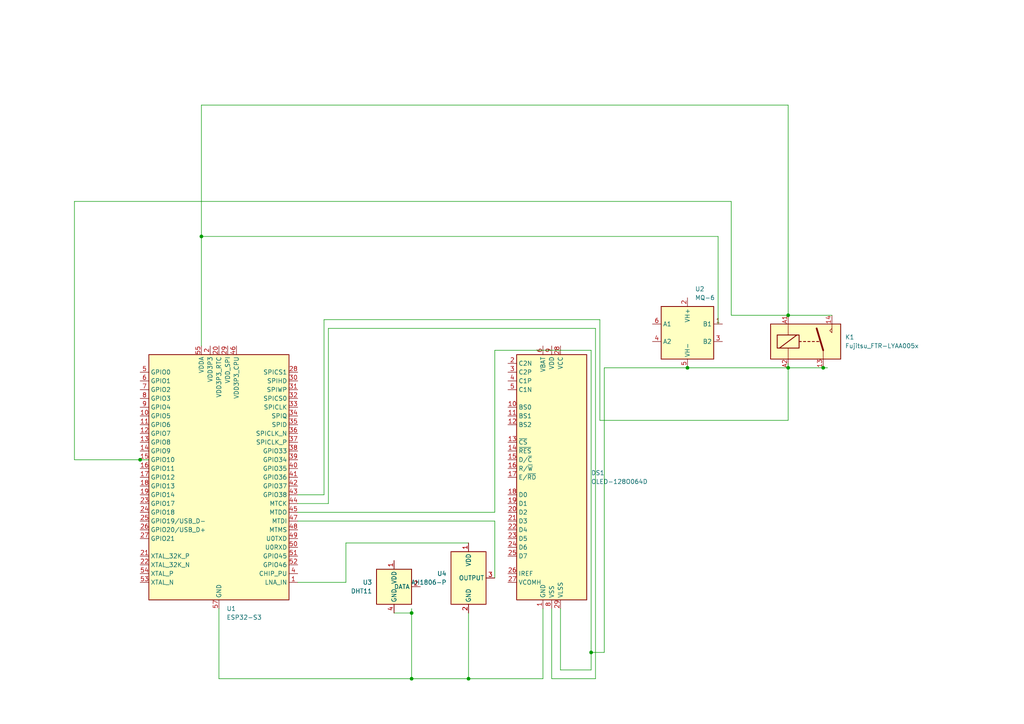
<source format=kicad_sch>
(kicad_sch
	(version 20231120)
	(generator "eeschema")
	(generator_version "8.0")
	(uuid "5fec9b74-fd15-498f-94b4-94e7c36da6ac")
	(paper "A4")
	(lib_symbols
		(symbol "Display_Graphic:OLED-128O064D"
			(exclude_from_sim no)
			(in_bom yes)
			(on_board yes)
			(property "Reference" "DS"
				(at -10.16 38.1 0)
				(effects
					(font
						(size 1.27 1.27)
					)
				)
			)
			(property "Value" "OLED-128O064D"
				(at 12.7 38.1 0)
				(effects
					(font
						(size 1.27 1.27)
					)
				)
			)
			(property "Footprint" "Display:OLED-128O064D"
				(at 0 0 0)
				(effects
					(font
						(size 1.27 1.27)
					)
					(hide yes)
				)
			)
			(property "Datasheet" "https://www.vishay.com/docs/37902/oled128o064dbpp3n00000.pdf"
				(at 0 20.32 0)
				(effects
					(font
						(size 1.27 1.27)
					)
					(hide yes)
				)
			)
			(property "Description" "OLED display 128x64"
				(at 0 0 0)
				(effects
					(font
						(size 1.27 1.27)
					)
					(hide yes)
				)
			)
			(property "ki_keywords" "display oled"
				(at 0 0 0)
				(effects
					(font
						(size 1.27 1.27)
					)
					(hide yes)
				)
			)
			(property "ki_fp_filters" "OLED?128O064D*"
				(at 0 0 0)
				(effects
					(font
						(size 1.27 1.27)
					)
					(hide yes)
				)
			)
			(symbol "OLED-128O064D_0_1"
				(rectangle
					(start -10.16 35.56)
					(end 10.16 -35.56)
					(stroke
						(width 0.254)
						(type default)
					)
					(fill
						(type background)
					)
				)
			)
			(symbol "OLED-128O064D_1_1"
				(pin power_in line
					(at -2.54 -38.1 90)
					(length 2.54)
					(name "GND"
						(effects
							(font
								(size 1.27 1.27)
							)
						)
					)
					(number "1"
						(effects
							(font
								(size 1.27 1.27)
							)
						)
					)
				)
				(pin input line
					(at -12.7 20.32 0)
					(length 2.54)
					(name "BS0"
						(effects
							(font
								(size 1.27 1.27)
							)
						)
					)
					(number "10"
						(effects
							(font
								(size 1.27 1.27)
							)
						)
					)
				)
				(pin input line
					(at -12.7 17.78 0)
					(length 2.54)
					(name "BS1"
						(effects
							(font
								(size 1.27 1.27)
							)
						)
					)
					(number "11"
						(effects
							(font
								(size 1.27 1.27)
							)
						)
					)
				)
				(pin input line
					(at -12.7 15.24 0)
					(length 2.54)
					(name "BS2"
						(effects
							(font
								(size 1.27 1.27)
							)
						)
					)
					(number "12"
						(effects
							(font
								(size 1.27 1.27)
							)
						)
					)
				)
				(pin input line
					(at -12.7 10.16 0)
					(length 2.54)
					(name "~{CS}"
						(effects
							(font
								(size 1.27 1.27)
							)
						)
					)
					(number "13"
						(effects
							(font
								(size 1.27 1.27)
							)
						)
					)
				)
				(pin input line
					(at -12.7 7.62 0)
					(length 2.54)
					(name "~{RES}"
						(effects
							(font
								(size 1.27 1.27)
							)
						)
					)
					(number "14"
						(effects
							(font
								(size 1.27 1.27)
							)
						)
					)
				)
				(pin input line
					(at -12.7 5.08 0)
					(length 2.54)
					(name "D/~{C}"
						(effects
							(font
								(size 1.27 1.27)
							)
						)
					)
					(number "15"
						(effects
							(font
								(size 1.27 1.27)
							)
						)
					)
				)
				(pin input line
					(at -12.7 2.54 0)
					(length 2.54)
					(name "R/~{W}"
						(effects
							(font
								(size 1.27 1.27)
							)
						)
					)
					(number "16"
						(effects
							(font
								(size 1.27 1.27)
							)
						)
					)
				)
				(pin input line
					(at -12.7 0 0)
					(length 2.54)
					(name "E/~{RD}"
						(effects
							(font
								(size 1.27 1.27)
							)
						)
					)
					(number "17"
						(effects
							(font
								(size 1.27 1.27)
							)
						)
					)
				)
				(pin bidirectional line
					(at -12.7 -5.08 0)
					(length 2.54)
					(name "D0"
						(effects
							(font
								(size 1.27 1.27)
							)
						)
					)
					(number "18"
						(effects
							(font
								(size 1.27 1.27)
							)
						)
					)
				)
				(pin bidirectional line
					(at -12.7 -7.62 0)
					(length 2.54)
					(name "D1"
						(effects
							(font
								(size 1.27 1.27)
							)
						)
					)
					(number "19"
						(effects
							(font
								(size 1.27 1.27)
							)
						)
					)
				)
				(pin passive line
					(at -12.7 33.02 0)
					(length 2.54)
					(name "C2N"
						(effects
							(font
								(size 1.27 1.27)
							)
						)
					)
					(number "2"
						(effects
							(font
								(size 1.27 1.27)
							)
						)
					)
				)
				(pin bidirectional line
					(at -12.7 -10.16 0)
					(length 2.54)
					(name "D2"
						(effects
							(font
								(size 1.27 1.27)
							)
						)
					)
					(number "20"
						(effects
							(font
								(size 1.27 1.27)
							)
						)
					)
				)
				(pin bidirectional line
					(at -12.7 -12.7 0)
					(length 2.54)
					(name "D3"
						(effects
							(font
								(size 1.27 1.27)
							)
						)
					)
					(number "21"
						(effects
							(font
								(size 1.27 1.27)
							)
						)
					)
				)
				(pin bidirectional line
					(at -12.7 -15.24 0)
					(length 2.54)
					(name "D4"
						(effects
							(font
								(size 1.27 1.27)
							)
						)
					)
					(number "22"
						(effects
							(font
								(size 1.27 1.27)
							)
						)
					)
				)
				(pin bidirectional line
					(at -12.7 -17.78 0)
					(length 2.54)
					(name "D5"
						(effects
							(font
								(size 1.27 1.27)
							)
						)
					)
					(number "23"
						(effects
							(font
								(size 1.27 1.27)
							)
						)
					)
				)
				(pin bidirectional line
					(at -12.7 -20.32 0)
					(length 2.54)
					(name "D6"
						(effects
							(font
								(size 1.27 1.27)
							)
						)
					)
					(number "24"
						(effects
							(font
								(size 1.27 1.27)
							)
						)
					)
				)
				(pin bidirectional line
					(at -12.7 -22.86 0)
					(length 2.54)
					(name "D7"
						(effects
							(font
								(size 1.27 1.27)
							)
						)
					)
					(number "25"
						(effects
							(font
								(size 1.27 1.27)
							)
						)
					)
				)
				(pin passive line
					(at -12.7 -27.94 0)
					(length 2.54)
					(name "IREF"
						(effects
							(font
								(size 1.27 1.27)
							)
						)
					)
					(number "26"
						(effects
							(font
								(size 1.27 1.27)
							)
						)
					)
				)
				(pin passive line
					(at -12.7 -30.48 0)
					(length 2.54)
					(name "VCOMH"
						(effects
							(font
								(size 1.27 1.27)
							)
						)
					)
					(number "27"
						(effects
							(font
								(size 1.27 1.27)
							)
						)
					)
				)
				(pin power_in line
					(at 2.54 38.1 270)
					(length 2.54)
					(name "VCC"
						(effects
							(font
								(size 1.27 1.27)
							)
						)
					)
					(number "28"
						(effects
							(font
								(size 1.27 1.27)
							)
						)
					)
				)
				(pin power_in line
					(at 2.54 -38.1 90)
					(length 2.54)
					(name "VLSS"
						(effects
							(font
								(size 1.27 1.27)
							)
						)
					)
					(number "29"
						(effects
							(font
								(size 1.27 1.27)
							)
						)
					)
				)
				(pin passive line
					(at -12.7 30.48 0)
					(length 2.54)
					(name "C2P"
						(effects
							(font
								(size 1.27 1.27)
							)
						)
					)
					(number "3"
						(effects
							(font
								(size 1.27 1.27)
							)
						)
					)
				)
				(pin passive line
					(at -2.54 -38.1 90)
					(length 2.54) hide
					(name "GND"
						(effects
							(font
								(size 1.27 1.27)
							)
						)
					)
					(number "30"
						(effects
							(font
								(size 1.27 1.27)
							)
						)
					)
				)
				(pin passive line
					(at -12.7 27.94 0)
					(length 2.54)
					(name "C1P"
						(effects
							(font
								(size 1.27 1.27)
							)
						)
					)
					(number "4"
						(effects
							(font
								(size 1.27 1.27)
							)
						)
					)
				)
				(pin passive line
					(at -12.7 25.4 0)
					(length 2.54)
					(name "C1N"
						(effects
							(font
								(size 1.27 1.27)
							)
						)
					)
					(number "5"
						(effects
							(font
								(size 1.27 1.27)
							)
						)
					)
				)
				(pin power_in line
					(at -2.54 38.1 270)
					(length 2.54)
					(name "VBAT"
						(effects
							(font
								(size 1.27 1.27)
							)
						)
					)
					(number "6"
						(effects
							(font
								(size 1.27 1.27)
							)
						)
					)
				)
				(pin no_connect line
					(at 10.16 0 180)
					(length 2.54) hide
					(name "NC"
						(effects
							(font
								(size 1.27 1.27)
							)
						)
					)
					(number "7"
						(effects
							(font
								(size 1.27 1.27)
							)
						)
					)
				)
				(pin power_in line
					(at 0 -38.1 90)
					(length 2.54)
					(name "VSS"
						(effects
							(font
								(size 1.27 1.27)
							)
						)
					)
					(number "8"
						(effects
							(font
								(size 1.27 1.27)
							)
						)
					)
				)
				(pin power_in line
					(at 0 38.1 270)
					(length 2.54)
					(name "VDD"
						(effects
							(font
								(size 1.27 1.27)
							)
						)
					)
					(number "9"
						(effects
							(font
								(size 1.27 1.27)
							)
						)
					)
				)
			)
		)
		(symbol "MCU_Espressif:ESP32-S3"
			(exclude_from_sim no)
			(in_bom yes)
			(on_board yes)
			(property "Reference" "U"
				(at 10.16 -38.1 0)
				(effects
					(font
						(size 1.27 1.27)
					)
				)
			)
			(property "Value" "ESP32-S3"
				(at 13.97 -40.64 0)
				(effects
					(font
						(size 1.27 1.27)
					)
				)
			)
			(property "Footprint" "Package_DFN_QFN:QFN-56-1EP_7x7mm_P0.4mm_EP4x4mm"
				(at 0 -48.26 0)
				(effects
					(font
						(size 1.27 1.27)
					)
					(hide yes)
				)
			)
			(property "Datasheet" "https://www.espressif.com/sites/default/files/documentation/esp32-s3_datasheet_en.pdf"
				(at 0 0 0)
				(effects
					(font
						(size 1.27 1.27)
					)
					(hide yes)
				)
			)
			(property "Description" "Microcontroller, Wi-Fi 802.11b/g/n, Bluetooth, 32bit"
				(at 0 0 0)
				(effects
					(font
						(size 1.27 1.27)
					)
					(hide yes)
				)
			)
			(property "ki_keywords" "Microcontroller Wi-Fi BT ESP ESP32 Espressif"
				(at 0 0 0)
				(effects
					(font
						(size 1.27 1.27)
					)
					(hide yes)
				)
			)
			(property "ki_fp_filters" "QFN*1EP*7x7mm*P0.4mm*"
				(at 0 0 0)
				(effects
					(font
						(size 1.27 1.27)
					)
					(hide yes)
				)
			)
			(symbol "ESP32-S3_0_1"
				(rectangle
					(start -20.32 35.56)
					(end 20.32 -35.56)
					(stroke
						(width 0.254)
						(type default)
					)
					(fill
						(type background)
					)
				)
			)
			(symbol "ESP32-S3_1_0"
				(pin bidirectional line
					(at 22.86 12.7 180)
					(length 2.54)
					(name "SPICLK_N"
						(effects
							(font
								(size 1.27 1.27)
							)
						)
					)
					(number "36"
						(effects
							(font
								(size 1.27 1.27)
							)
						)
					)
				)
				(pin bidirectional line
					(at 22.86 -10.16 180)
					(length 2.54)
					(name "MTDO"
						(effects
							(font
								(size 1.27 1.27)
							)
						)
					)
					(number "45"
						(effects
							(font
								(size 1.27 1.27)
							)
						)
					)
				)
				(pin bidirectional line
					(at 22.86 -22.86 180)
					(length 2.54)
					(name "GPIO45"
						(effects
							(font
								(size 1.27 1.27)
							)
						)
					)
					(number "51"
						(effects
							(font
								(size 1.27 1.27)
							)
						)
					)
				)
				(pin passive line
					(at -5.08 38.1 270)
					(length 2.54) hide
					(name "VDDA"
						(effects
							(font
								(size 1.27 1.27)
							)
						)
					)
					(number "56"
						(effects
							(font
								(size 1.27 1.27)
							)
						)
					)
				)
			)
			(symbol "ESP32-S3_1_1"
				(pin bidirectional line
					(at 22.86 -30.48 180)
					(length 2.54)
					(name "LNA_IN"
						(effects
							(font
								(size 1.27 1.27)
							)
						)
					)
					(number "1"
						(effects
							(font
								(size 1.27 1.27)
							)
						)
					)
				)
				(pin bidirectional line
					(at -22.86 17.78 0)
					(length 2.54)
					(name "GPIO5"
						(effects
							(font
								(size 1.27 1.27)
							)
						)
					)
					(number "10"
						(effects
							(font
								(size 1.27 1.27)
							)
						)
					)
				)
				(pin bidirectional line
					(at -22.86 15.24 0)
					(length 2.54)
					(name "GPIO6"
						(effects
							(font
								(size 1.27 1.27)
							)
						)
					)
					(number "11"
						(effects
							(font
								(size 1.27 1.27)
							)
						)
					)
				)
				(pin bidirectional line
					(at -22.86 12.7 0)
					(length 2.54)
					(name "GPIO7"
						(effects
							(font
								(size 1.27 1.27)
							)
						)
					)
					(number "12"
						(effects
							(font
								(size 1.27 1.27)
							)
						)
					)
				)
				(pin bidirectional line
					(at -22.86 10.16 0)
					(length 2.54)
					(name "GPIO8"
						(effects
							(font
								(size 1.27 1.27)
							)
						)
					)
					(number "13"
						(effects
							(font
								(size 1.27 1.27)
							)
						)
					)
				)
				(pin bidirectional line
					(at -22.86 7.62 0)
					(length 2.54)
					(name "GPIO9"
						(effects
							(font
								(size 1.27 1.27)
							)
						)
					)
					(number "14"
						(effects
							(font
								(size 1.27 1.27)
							)
						)
					)
				)
				(pin bidirectional line
					(at -22.86 5.08 0)
					(length 2.54)
					(name "GPIO10"
						(effects
							(font
								(size 1.27 1.27)
							)
						)
					)
					(number "15"
						(effects
							(font
								(size 1.27 1.27)
							)
						)
					)
				)
				(pin bidirectional line
					(at -22.86 2.54 0)
					(length 2.54)
					(name "GPIO11"
						(effects
							(font
								(size 1.27 1.27)
							)
						)
					)
					(number "16"
						(effects
							(font
								(size 1.27 1.27)
							)
						)
					)
				)
				(pin bidirectional line
					(at -22.86 0 0)
					(length 2.54)
					(name "GPIO12"
						(effects
							(font
								(size 1.27 1.27)
							)
						)
					)
					(number "17"
						(effects
							(font
								(size 1.27 1.27)
							)
						)
					)
				)
				(pin bidirectional line
					(at -22.86 -2.54 0)
					(length 2.54)
					(name "GPIO13"
						(effects
							(font
								(size 1.27 1.27)
							)
						)
					)
					(number "18"
						(effects
							(font
								(size 1.27 1.27)
							)
						)
					)
				)
				(pin bidirectional line
					(at -22.86 -5.08 0)
					(length 2.54)
					(name "GPIO14"
						(effects
							(font
								(size 1.27 1.27)
							)
						)
					)
					(number "19"
						(effects
							(font
								(size 1.27 1.27)
							)
						)
					)
				)
				(pin power_in line
					(at -2.54 38.1 270)
					(length 2.54)
					(name "VDD3P3"
						(effects
							(font
								(size 1.27 1.27)
							)
						)
					)
					(number "2"
						(effects
							(font
								(size 1.27 1.27)
							)
						)
					)
				)
				(pin power_in line
					(at 0 38.1 270)
					(length 2.54)
					(name "VDD3P3_RTC"
						(effects
							(font
								(size 1.27 1.27)
							)
						)
					)
					(number "20"
						(effects
							(font
								(size 1.27 1.27)
							)
						)
					)
				)
				(pin passive line
					(at -22.86 -22.86 0)
					(length 2.54)
					(name "XTAL_32K_P"
						(effects
							(font
								(size 1.27 1.27)
							)
						)
					)
					(number "21"
						(effects
							(font
								(size 1.27 1.27)
							)
						)
					)
				)
				(pin passive line
					(at -22.86 -25.4 0)
					(length 2.54)
					(name "XTAL_32K_N"
						(effects
							(font
								(size 1.27 1.27)
							)
						)
					)
					(number "22"
						(effects
							(font
								(size 1.27 1.27)
							)
						)
					)
				)
				(pin bidirectional line
					(at -22.86 -7.62 0)
					(length 2.54)
					(name "GPIO17"
						(effects
							(font
								(size 1.27 1.27)
							)
						)
					)
					(number "23"
						(effects
							(font
								(size 1.27 1.27)
							)
						)
					)
				)
				(pin bidirectional line
					(at -22.86 -10.16 0)
					(length 2.54)
					(name "GPIO18"
						(effects
							(font
								(size 1.27 1.27)
							)
						)
					)
					(number "24"
						(effects
							(font
								(size 1.27 1.27)
							)
						)
					)
				)
				(pin bidirectional line
					(at -22.86 -12.7 0)
					(length 2.54)
					(name "GPIO19/USB_D-"
						(effects
							(font
								(size 1.27 1.27)
							)
						)
					)
					(number "25"
						(effects
							(font
								(size 1.27 1.27)
							)
						)
					)
				)
				(pin bidirectional line
					(at -22.86 -15.24 0)
					(length 2.54)
					(name "GPIO20/USB_D+"
						(effects
							(font
								(size 1.27 1.27)
							)
						)
					)
					(number "26"
						(effects
							(font
								(size 1.27 1.27)
							)
						)
					)
				)
				(pin bidirectional line
					(at -22.86 -17.78 0)
					(length 2.54)
					(name "GPIO21"
						(effects
							(font
								(size 1.27 1.27)
							)
						)
					)
					(number "27"
						(effects
							(font
								(size 1.27 1.27)
							)
						)
					)
				)
				(pin bidirectional line
					(at 22.86 30.48 180)
					(length 2.54)
					(name "SPICS1"
						(effects
							(font
								(size 1.27 1.27)
							)
						)
					)
					(number "28"
						(effects
							(font
								(size 1.27 1.27)
							)
						)
					)
				)
				(pin power_in line
					(at 2.54 38.1 270)
					(length 2.54)
					(name "VDD_SPI"
						(effects
							(font
								(size 1.27 1.27)
							)
						)
					)
					(number "29"
						(effects
							(font
								(size 1.27 1.27)
							)
						)
					)
				)
				(pin passive line
					(at -2.54 38.1 270)
					(length 2.54) hide
					(name "VDD3P3"
						(effects
							(font
								(size 1.27 1.27)
							)
						)
					)
					(number "3"
						(effects
							(font
								(size 1.27 1.27)
							)
						)
					)
				)
				(pin bidirectional line
					(at 22.86 27.94 180)
					(length 2.54)
					(name "SPIHD"
						(effects
							(font
								(size 1.27 1.27)
							)
						)
					)
					(number "30"
						(effects
							(font
								(size 1.27 1.27)
							)
						)
					)
				)
				(pin bidirectional line
					(at 22.86 25.4 180)
					(length 2.54)
					(name "SPIWP"
						(effects
							(font
								(size 1.27 1.27)
							)
						)
					)
					(number "31"
						(effects
							(font
								(size 1.27 1.27)
							)
						)
					)
				)
				(pin bidirectional line
					(at 22.86 22.86 180)
					(length 2.54)
					(name "SPICS0"
						(effects
							(font
								(size 1.27 1.27)
							)
						)
					)
					(number "32"
						(effects
							(font
								(size 1.27 1.27)
							)
						)
					)
				)
				(pin bidirectional line
					(at 22.86 20.32 180)
					(length 2.54)
					(name "SPICLK"
						(effects
							(font
								(size 1.27 1.27)
							)
						)
					)
					(number "33"
						(effects
							(font
								(size 1.27 1.27)
							)
						)
					)
				)
				(pin bidirectional line
					(at 22.86 17.78 180)
					(length 2.54)
					(name "SPIQ"
						(effects
							(font
								(size 1.27 1.27)
							)
						)
					)
					(number "34"
						(effects
							(font
								(size 1.27 1.27)
							)
						)
					)
				)
				(pin bidirectional line
					(at 22.86 15.24 180)
					(length 2.54)
					(name "SPID"
						(effects
							(font
								(size 1.27 1.27)
							)
						)
					)
					(number "35"
						(effects
							(font
								(size 1.27 1.27)
							)
						)
					)
				)
				(pin bidirectional line
					(at 22.86 10.16 180)
					(length 2.54)
					(name "SPICLK_P"
						(effects
							(font
								(size 1.27 1.27)
							)
						)
					)
					(number "37"
						(effects
							(font
								(size 1.27 1.27)
							)
						)
					)
				)
				(pin bidirectional line
					(at 22.86 7.62 180)
					(length 2.54)
					(name "GPIO33"
						(effects
							(font
								(size 1.27 1.27)
							)
						)
					)
					(number "38"
						(effects
							(font
								(size 1.27 1.27)
							)
						)
					)
				)
				(pin bidirectional line
					(at 22.86 5.08 180)
					(length 2.54)
					(name "GPIO34"
						(effects
							(font
								(size 1.27 1.27)
							)
						)
					)
					(number "39"
						(effects
							(font
								(size 1.27 1.27)
							)
						)
					)
				)
				(pin input line
					(at 22.86 -27.94 180)
					(length 2.54)
					(name "CHIP_PU"
						(effects
							(font
								(size 1.27 1.27)
							)
						)
					)
					(number "4"
						(effects
							(font
								(size 1.27 1.27)
							)
						)
					)
				)
				(pin bidirectional line
					(at 22.86 2.54 180)
					(length 2.54)
					(name "GPIO35"
						(effects
							(font
								(size 1.27 1.27)
							)
						)
					)
					(number "40"
						(effects
							(font
								(size 1.27 1.27)
							)
						)
					)
				)
				(pin bidirectional line
					(at 22.86 0 180)
					(length 2.54)
					(name "GPIO36"
						(effects
							(font
								(size 1.27 1.27)
							)
						)
					)
					(number "41"
						(effects
							(font
								(size 1.27 1.27)
							)
						)
					)
				)
				(pin bidirectional line
					(at 22.86 -2.54 180)
					(length 2.54)
					(name "GPIO37"
						(effects
							(font
								(size 1.27 1.27)
							)
						)
					)
					(number "42"
						(effects
							(font
								(size 1.27 1.27)
							)
						)
					)
				)
				(pin bidirectional line
					(at 22.86 -5.08 180)
					(length 2.54)
					(name "GPIO38"
						(effects
							(font
								(size 1.27 1.27)
							)
						)
					)
					(number "43"
						(effects
							(font
								(size 1.27 1.27)
							)
						)
					)
				)
				(pin bidirectional line
					(at 22.86 -7.62 180)
					(length 2.54)
					(name "MTCK"
						(effects
							(font
								(size 1.27 1.27)
							)
						)
					)
					(number "44"
						(effects
							(font
								(size 1.27 1.27)
							)
						)
					)
				)
				(pin power_in line
					(at 5.08 38.1 270)
					(length 2.54)
					(name "VDD3P3_CPU"
						(effects
							(font
								(size 1.27 1.27)
							)
						)
					)
					(number "46"
						(effects
							(font
								(size 1.27 1.27)
							)
						)
					)
				)
				(pin bidirectional line
					(at 22.86 -12.7 180)
					(length 2.54)
					(name "MTDI"
						(effects
							(font
								(size 1.27 1.27)
							)
						)
					)
					(number "47"
						(effects
							(font
								(size 1.27 1.27)
							)
						)
					)
				)
				(pin bidirectional line
					(at 22.86 -15.24 180)
					(length 2.54)
					(name "MTMS"
						(effects
							(font
								(size 1.27 1.27)
							)
						)
					)
					(number "48"
						(effects
							(font
								(size 1.27 1.27)
							)
						)
					)
				)
				(pin bidirectional line
					(at 22.86 -17.78 180)
					(length 2.54)
					(name "U0TXD"
						(effects
							(font
								(size 1.27 1.27)
							)
						)
					)
					(number "49"
						(effects
							(font
								(size 1.27 1.27)
							)
						)
					)
				)
				(pin bidirectional line
					(at -22.86 30.48 0)
					(length 2.54)
					(name "GPIO0"
						(effects
							(font
								(size 1.27 1.27)
							)
						)
					)
					(number "5"
						(effects
							(font
								(size 1.27 1.27)
							)
						)
					)
				)
				(pin bidirectional line
					(at 22.86 -20.32 180)
					(length 2.54)
					(name "U0RXD"
						(effects
							(font
								(size 1.27 1.27)
							)
						)
					)
					(number "50"
						(effects
							(font
								(size 1.27 1.27)
							)
						)
					)
				)
				(pin bidirectional line
					(at 22.86 -25.4 180)
					(length 2.54)
					(name "GPIO46"
						(effects
							(font
								(size 1.27 1.27)
							)
						)
					)
					(number "52"
						(effects
							(font
								(size 1.27 1.27)
							)
						)
					)
				)
				(pin output line
					(at -22.86 -30.48 0)
					(length 2.54)
					(name "XTAL_N"
						(effects
							(font
								(size 1.27 1.27)
							)
						)
					)
					(number "53"
						(effects
							(font
								(size 1.27 1.27)
							)
						)
					)
				)
				(pin input line
					(at -22.86 -27.94 0)
					(length 2.54)
					(name "XTAL_P"
						(effects
							(font
								(size 1.27 1.27)
							)
						)
					)
					(number "54"
						(effects
							(font
								(size 1.27 1.27)
							)
						)
					)
				)
				(pin power_in line
					(at -5.08 38.1 270)
					(length 2.54)
					(name "VDDA"
						(effects
							(font
								(size 1.27 1.27)
							)
						)
					)
					(number "55"
						(effects
							(font
								(size 1.27 1.27)
							)
						)
					)
				)
				(pin power_in line
					(at 0 -38.1 90)
					(length 2.54)
					(name "GND"
						(effects
							(font
								(size 1.27 1.27)
							)
						)
					)
					(number "57"
						(effects
							(font
								(size 1.27 1.27)
							)
						)
					)
				)
				(pin bidirectional line
					(at -22.86 27.94 0)
					(length 2.54)
					(name "GPIO1"
						(effects
							(font
								(size 1.27 1.27)
							)
						)
					)
					(number "6"
						(effects
							(font
								(size 1.27 1.27)
							)
						)
					)
				)
				(pin bidirectional line
					(at -22.86 25.4 0)
					(length 2.54)
					(name "GPIO2"
						(effects
							(font
								(size 1.27 1.27)
							)
						)
					)
					(number "7"
						(effects
							(font
								(size 1.27 1.27)
							)
						)
					)
				)
				(pin bidirectional line
					(at -22.86 22.86 0)
					(length 2.54)
					(name "GPIO3"
						(effects
							(font
								(size 1.27 1.27)
							)
						)
					)
					(number "8"
						(effects
							(font
								(size 1.27 1.27)
							)
						)
					)
				)
				(pin bidirectional line
					(at -22.86 20.32 0)
					(length 2.54)
					(name "GPIO4"
						(effects
							(font
								(size 1.27 1.27)
							)
						)
					)
					(number "9"
						(effects
							(font
								(size 1.27 1.27)
							)
						)
					)
				)
			)
		)
		(symbol "Relay:Fujitsu_FTR-LYAA005x"
			(exclude_from_sim no)
			(in_bom yes)
			(on_board yes)
			(property "Reference" "K"
				(at 11.43 3.81 0)
				(effects
					(font
						(size 1.27 1.27)
					)
					(justify left)
				)
			)
			(property "Value" "Fujitsu_FTR-LYAA005x"
				(at 11.43 1.27 0)
				(effects
					(font
						(size 1.27 1.27)
					)
					(justify left)
				)
			)
			(property "Footprint" "Relay_THT:Relay_SPST-NO_Fujitsu_FTR-LYAA005x_FormA_Vertical"
				(at 11.43 -1.27 0)
				(effects
					(font
						(size 1.27 1.27)
					)
					(justify left)
					(hide yes)
				)
			)
			(property "Datasheet" "https://www.fujitsu.com/sg/imagesgig5/ftr-ly.pdf"
				(at 17.78 -3.81 0)
				(effects
					(font
						(size 1.27 1.27)
					)
					(justify left)
					(hide yes)
				)
			)
			(property "Description" "Relay, SPST Form A, vertical mount, 5-60V coil, 6A, 250VAC, 28 x 5 x 15mm"
				(at 0 0 0)
				(effects
					(font
						(size 1.27 1.27)
					)
					(hide yes)
				)
			)
			(property "ki_keywords" "6A SPST-NO Relay"
				(at 0 0 0)
				(effects
					(font
						(size 1.27 1.27)
					)
					(hide yes)
				)
			)
			(property "ki_fp_filters" "Relay*Fujitsu*FTR?LYA*"
				(at 0 0 0)
				(effects
					(font
						(size 1.27 1.27)
					)
					(hide yes)
				)
			)
			(symbol "Fujitsu_FTR-LYAA005x_0_0"
				(polyline
					(pts
						(xy 7.62 5.08) (xy 7.62 2.54) (xy 6.985 3.175) (xy 7.62 3.81)
					)
					(stroke
						(width 0)
						(type default)
					)
					(fill
						(type none)
					)
				)
			)
			(symbol "Fujitsu_FTR-LYAA005x_0_1"
				(rectangle
					(start -10.16 5.08)
					(end 10.16 -5.08)
					(stroke
						(width 0.254)
						(type default)
					)
					(fill
						(type background)
					)
				)
				(rectangle
					(start -8.255 1.905)
					(end -1.905 -1.905)
					(stroke
						(width 0.254)
						(type default)
					)
					(fill
						(type none)
					)
				)
				(polyline
					(pts
						(xy -7.62 -1.905) (xy -2.54 1.905)
					)
					(stroke
						(width 0.254)
						(type default)
					)
					(fill
						(type none)
					)
				)
				(polyline
					(pts
						(xy -5.08 -5.08) (xy -5.08 -1.905)
					)
					(stroke
						(width 0)
						(type default)
					)
					(fill
						(type none)
					)
				)
				(polyline
					(pts
						(xy -5.08 5.08) (xy -5.08 1.905)
					)
					(stroke
						(width 0)
						(type default)
					)
					(fill
						(type none)
					)
				)
				(polyline
					(pts
						(xy -1.905 0) (xy -1.27 0)
					)
					(stroke
						(width 0.254)
						(type default)
					)
					(fill
						(type none)
					)
				)
				(polyline
					(pts
						(xy -0.635 0) (xy 0 0)
					)
					(stroke
						(width 0.254)
						(type default)
					)
					(fill
						(type none)
					)
				)
				(polyline
					(pts
						(xy 0.635 0) (xy 1.27 0)
					)
					(stroke
						(width 0.254)
						(type default)
					)
					(fill
						(type none)
					)
				)
				(polyline
					(pts
						(xy 1.905 0) (xy 2.54 0)
					)
					(stroke
						(width 0.254)
						(type default)
					)
					(fill
						(type none)
					)
				)
				(polyline
					(pts
						(xy 3.175 0) (xy 3.81 0)
					)
					(stroke
						(width 0.254)
						(type default)
					)
					(fill
						(type none)
					)
				)
				(polyline
					(pts
						(xy 5.08 -2.54) (xy 3.175 3.81)
					)
					(stroke
						(width 0.508)
						(type default)
					)
					(fill
						(type none)
					)
				)
				(polyline
					(pts
						(xy 5.08 -2.54) (xy 5.08 -5.08)
					)
					(stroke
						(width 0)
						(type default)
					)
					(fill
						(type none)
					)
				)
			)
			(symbol "Fujitsu_FTR-LYAA005x_1_1"
				(pin passive line
					(at 5.08 -7.62 90)
					(length 2.54)
					(name "~"
						(effects
							(font
								(size 1.27 1.27)
							)
						)
					)
					(number "13"
						(effects
							(font
								(size 1.27 1.27)
							)
						)
					)
				)
				(pin passive line
					(at 7.62 7.62 270)
					(length 2.54)
					(name "~"
						(effects
							(font
								(size 1.27 1.27)
							)
						)
					)
					(number "14"
						(effects
							(font
								(size 1.27 1.27)
							)
						)
					)
				)
				(pin passive line
					(at -5.08 7.62 270)
					(length 2.54)
					(name "~"
						(effects
							(font
								(size 1.27 1.27)
							)
						)
					)
					(number "A1"
						(effects
							(font
								(size 1.27 1.27)
							)
						)
					)
				)
				(pin passive line
					(at -5.08 -7.62 90)
					(length 2.54)
					(name "~"
						(effects
							(font
								(size 1.27 1.27)
							)
						)
					)
					(number "A2"
						(effects
							(font
								(size 1.27 1.27)
							)
						)
					)
				)
			)
		)
		(symbol "Sensor:DHT11"
			(exclude_from_sim no)
			(in_bom yes)
			(on_board yes)
			(property "Reference" "U"
				(at -3.81 6.35 0)
				(effects
					(font
						(size 1.27 1.27)
					)
				)
			)
			(property "Value" "DHT11"
				(at 3.81 6.35 0)
				(effects
					(font
						(size 1.27 1.27)
					)
				)
			)
			(property "Footprint" "Sensor:Aosong_DHT11_5.5x12.0_P2.54mm"
				(at 0 -10.16 0)
				(effects
					(font
						(size 1.27 1.27)
					)
					(hide yes)
				)
			)
			(property "Datasheet" "http://akizukidenshi.com/download/ds/aosong/DHT11.pdf"
				(at 3.81 6.35 0)
				(effects
					(font
						(size 1.27 1.27)
					)
					(hide yes)
				)
			)
			(property "Description" "3.3V to 5.5V, temperature and humidity module, DHT11"
				(at 0 0 0)
				(effects
					(font
						(size 1.27 1.27)
					)
					(hide yes)
				)
			)
			(property "ki_keywords" "digital sensor"
				(at 0 0 0)
				(effects
					(font
						(size 1.27 1.27)
					)
					(hide yes)
				)
			)
			(property "ki_fp_filters" "Aosong*DHT11*5.5x12.0*P2.54mm*"
				(at 0 0 0)
				(effects
					(font
						(size 1.27 1.27)
					)
					(hide yes)
				)
			)
			(symbol "DHT11_0_1"
				(rectangle
					(start -5.08 5.08)
					(end 5.08 -5.08)
					(stroke
						(width 0.254)
						(type default)
					)
					(fill
						(type background)
					)
				)
			)
			(symbol "DHT11_1_1"
				(pin power_in line
					(at 0 7.62 270)
					(length 2.54)
					(name "VDD"
						(effects
							(font
								(size 1.27 1.27)
							)
						)
					)
					(number "1"
						(effects
							(font
								(size 1.27 1.27)
							)
						)
					)
				)
				(pin bidirectional line
					(at 7.62 0 180)
					(length 2.54)
					(name "DATA"
						(effects
							(font
								(size 1.27 1.27)
							)
						)
					)
					(number "2"
						(effects
							(font
								(size 1.27 1.27)
							)
						)
					)
				)
				(pin no_connect line
					(at -5.08 0 0)
					(length 2.54) hide
					(name "NC"
						(effects
							(font
								(size 1.27 1.27)
							)
						)
					)
					(number "3"
						(effects
							(font
								(size 1.27 1.27)
							)
						)
					)
				)
				(pin power_in line
					(at 0 -7.62 90)
					(length 2.54)
					(name "GND"
						(effects
							(font
								(size 1.27 1.27)
							)
						)
					)
					(number "4"
						(effects
							(font
								(size 1.27 1.27)
							)
						)
					)
				)
			)
		)
		(symbol "Sensor_Gas:MQ-6"
			(exclude_from_sim no)
			(in_bom yes)
			(on_board yes)
			(property "Reference" "U"
				(at -6.35 8.89 0)
				(effects
					(font
						(size 1.27 1.27)
					)
				)
			)
			(property "Value" "MQ-6"
				(at 3.81 8.89 0)
				(effects
					(font
						(size 1.27 1.27)
					)
				)
			)
			(property "Footprint" "Sensor:MQ-6"
				(at 1.27 -11.43 0)
				(effects
					(font
						(size 1.27 1.27)
					)
					(hide yes)
				)
			)
			(property "Datasheet" "https://www.winsen-sensor.com/d/files/semiconductor/mq-6.pdf"
				(at 0 6.35 0)
				(effects
					(font
						(size 1.27 1.27)
					)
					(hide yes)
				)
			)
			(property "Description" "Semiconductor Sensor for Flammable Gas"
				(at 0 0 0)
				(effects
					(font
						(size 1.27 1.27)
					)
					(hide yes)
				)
			)
			(property "ki_keywords" "flammable gas sensor LPG"
				(at 0 0 0)
				(effects
					(font
						(size 1.27 1.27)
					)
					(hide yes)
				)
			)
			(property "ki_fp_filters" "*MQ*6*"
				(at 0 0 0)
				(effects
					(font
						(size 1.27 1.27)
					)
					(hide yes)
				)
			)
			(symbol "MQ-6_0_1"
				(rectangle
					(start -7.62 7.62)
					(end 7.62 -7.62)
					(stroke
						(width 0.254)
						(type default)
					)
					(fill
						(type background)
					)
				)
			)
			(symbol "MQ-6_1_1"
				(pin passive line
					(at 10.16 2.54 180)
					(length 2.54)
					(name "B1"
						(effects
							(font
								(size 1.27 1.27)
							)
						)
					)
					(number "1"
						(effects
							(font
								(size 1.27 1.27)
							)
						)
					)
				)
				(pin power_in line
					(at 0 10.16 270)
					(length 2.54)
					(name "VH+"
						(effects
							(font
								(size 1.27 1.27)
							)
						)
					)
					(number "2"
						(effects
							(font
								(size 1.27 1.27)
							)
						)
					)
				)
				(pin passive line
					(at 10.16 -2.54 180)
					(length 2.54)
					(name "B2"
						(effects
							(font
								(size 1.27 1.27)
							)
						)
					)
					(number "3"
						(effects
							(font
								(size 1.27 1.27)
							)
						)
					)
				)
				(pin passive line
					(at -10.16 -2.54 0)
					(length 2.54)
					(name "A2"
						(effects
							(font
								(size 1.27 1.27)
							)
						)
					)
					(number "4"
						(effects
							(font
								(size 1.27 1.27)
							)
						)
					)
				)
				(pin power_in line
					(at 0 -10.16 90)
					(length 2.54)
					(name "VH-"
						(effects
							(font
								(size 1.27 1.27)
							)
						)
					)
					(number "5"
						(effects
							(font
								(size 1.27 1.27)
							)
						)
					)
				)
				(pin passive line
					(at -10.16 2.54 0)
					(length 2.54)
					(name "A1"
						(effects
							(font
								(size 1.27 1.27)
							)
						)
					)
					(number "6"
						(effects
							(font
								(size 1.27 1.27)
							)
						)
					)
				)
			)
		)
		(symbol "Sensor_Magnetic:AH1806-P"
			(exclude_from_sim no)
			(in_bom yes)
			(on_board yes)
			(property "Reference" "U"
				(at -5.08 8.89 0)
				(effects
					(font
						(size 1.27 1.27)
					)
				)
			)
			(property "Value" "AH1806-P"
				(at 7.62 8.89 0)
				(effects
					(font
						(size 1.27 1.27)
					)
				)
			)
			(property "Footprint" ""
				(at 0 0 0)
				(effects
					(font
						(size 1.27 1.27)
					)
					(hide yes)
				)
			)
			(property "Datasheet" "https://www.diodes.com/assets/Datasheets/AH1806.pdf"
				(at 0 0 0)
				(effects
					(font
						(size 1.27 1.27)
					)
					(hide yes)
				)
			)
			(property "Description" "High Sensitivity Micropower Omnipolar Hall-Effect Switch, SIP-3"
				(at 0 0 0)
				(effects
					(font
						(size 1.27 1.27)
					)
					(hide yes)
				)
			)
			(property "ki_keywords" "hall switch"
				(at 0 0 0)
				(effects
					(font
						(size 1.27 1.27)
					)
					(hide yes)
				)
			)
			(property "ki_fp_filters" "Diodes*SIP*4.1x1.5mm*P1.27mm* Diodes*SIP*4.1x1.5mm*P2.65mm*"
				(at 0 0 0)
				(effects
					(font
						(size 1.27 1.27)
					)
					(hide yes)
				)
			)
			(symbol "AH1806-P_0_1"
				(rectangle
					(start 5.08 7.62)
					(end -5.08 -7.62)
					(stroke
						(width 0.254)
						(type default)
					)
					(fill
						(type background)
					)
				)
			)
			(symbol "AH1806-P_1_1"
				(pin power_in line
					(at 0 10.16 270)
					(length 2.54)
					(name "VDD"
						(effects
							(font
								(size 1.27 1.27)
							)
						)
					)
					(number "1"
						(effects
							(font
								(size 1.27 1.27)
							)
						)
					)
				)
				(pin power_in line
					(at 0 -10.16 90)
					(length 2.54)
					(name "GND"
						(effects
							(font
								(size 1.27 1.27)
							)
						)
					)
					(number "2"
						(effects
							(font
								(size 1.27 1.27)
							)
						)
					)
				)
				(pin open_collector line
					(at 7.62 0 180)
					(length 2.54)
					(name "OUTPUT"
						(effects
							(font
								(size 1.27 1.27)
							)
						)
					)
					(number "3"
						(effects
							(font
								(size 1.27 1.27)
							)
						)
					)
				)
			)
		)
	)
	(junction
		(at 171.45 189.23)
		(diameter 0)
		(color 0 0 0 0)
		(uuid "0647d827-ae1e-4c2d-a343-33579d28f961")
	)
	(junction
		(at 228.6 91.44)
		(diameter 0)
		(color 0 0 0 0)
		(uuid "0d1bb2de-cc54-4934-a85f-85dc912df9c6")
	)
	(junction
		(at 119.38 177.8)
		(diameter 0)
		(color 0 0 0 0)
		(uuid "105a4ef9-a78e-4a6a-bc99-d1b3fa9707ff")
	)
	(junction
		(at 40.64 133.35)
		(diameter 0)
		(color 0 0 0 0)
		(uuid "2cb56a42-20ff-46a3-90bc-c134e4e9f2e6")
	)
	(junction
		(at 58.42 68.58)
		(diameter 0)
		(color 0 0 0 0)
		(uuid "5f1d1b9a-7f95-492e-ae63-2d69ca631f5b")
	)
	(junction
		(at 199.39 106.68)
		(diameter 0)
		(color 0 0 0 0)
		(uuid "77c7587d-e6ed-4615-906d-93c126a42268")
	)
	(junction
		(at 135.89 196.85)
		(diameter 0)
		(color 0 0 0 0)
		(uuid "a859ca35-772f-4485-ba4e-509b8f668553")
	)
	(junction
		(at 228.6 106.68)
		(diameter 0)
		(color 0 0 0 0)
		(uuid "d1098588-4688-4482-aa3b-62cc38dafc53")
	)
	(junction
		(at 238.76 106.68)
		(diameter 0)
		(color 0 0 0 0)
		(uuid "d7b16ba0-beb9-496b-86fc-cdc4fc0c75d1")
	)
	(junction
		(at 119.38 196.85)
		(diameter 0)
		(color 0 0 0 0)
		(uuid "e2d83874-cac4-4863-bca5-19f6208f87a1")
	)
	(wire
		(pts
			(xy 228.6 106.68) (xy 199.39 106.68)
		)
		(stroke
			(width 0)
			(type default)
		)
		(uuid "061aab1c-d310-4cdd-8b9e-8631c98b8293")
	)
	(wire
		(pts
			(xy 40.64 133.35) (xy 43.18 133.35)
		)
		(stroke
			(width 0)
			(type default)
		)
		(uuid "07f99ddf-5bfb-44f7-9ac6-8ed9aa74b82e")
	)
	(wire
		(pts
			(xy 172.72 196.85) (xy 172.72 95.25)
		)
		(stroke
			(width 0)
			(type default)
		)
		(uuid "0aaea561-36fa-4554-a1fb-10f5eba78535")
	)
	(wire
		(pts
			(xy 160.02 196.85) (xy 172.72 196.85)
		)
		(stroke
			(width 0)
			(type default)
		)
		(uuid "0f29ad58-df20-4b70-8407-b1827f2d0c57")
	)
	(wire
		(pts
			(xy 228.6 91.44) (xy 212.09 91.44)
		)
		(stroke
			(width 0)
			(type default)
		)
		(uuid "0fce1105-0b1a-4553-96d5-b85de39036a2")
	)
	(wire
		(pts
			(xy 86.36 148.59) (xy 143.51 148.59)
		)
		(stroke
			(width 0)
			(type default)
		)
		(uuid "140e5673-4ea9-415e-bdcd-b5c0b1ebf78d")
	)
	(wire
		(pts
			(xy 157.48 196.85) (xy 157.48 176.53)
		)
		(stroke
			(width 0)
			(type default)
		)
		(uuid "144593d5-87e7-4209-b0c2-353d0eecdc46")
	)
	(wire
		(pts
			(xy 143.51 167.64) (xy 143.51 151.13)
		)
		(stroke
			(width 0)
			(type default)
		)
		(uuid "179cbf79-8d7b-44b3-ace3-d20228bdd219")
	)
	(wire
		(pts
			(xy 173.99 92.71) (xy 93.98 92.71)
		)
		(stroke
			(width 0)
			(type default)
		)
		(uuid "1df68840-60d1-4832-9e43-9d73b2987c3e")
	)
	(wire
		(pts
			(xy 212.09 58.42) (xy 21.59 58.42)
		)
		(stroke
			(width 0)
			(type default)
		)
		(uuid "28985454-26a3-4d52-96a8-0abe5fff70d1")
	)
	(wire
		(pts
			(xy -5.08 335.28) (xy -5.08 337.82)
		)
		(stroke
			(width 0)
			(type default)
		)
		(uuid "2dd2327b-dc13-4a60-9887-b56b1f249afe")
	)
	(wire
		(pts
			(xy 95.25 95.25) (xy 95.25 146.05)
		)
		(stroke
			(width 0)
			(type default)
		)
		(uuid "3085552f-bf2b-4745-9f3a-8ded1463c967")
	)
	(wire
		(pts
			(xy 175.26 189.23) (xy 171.45 189.23)
		)
		(stroke
			(width 0)
			(type default)
		)
		(uuid "31e1fd56-9778-4f4b-b577-b5ee01beb25b")
	)
	(wire
		(pts
			(xy 86.36 168.91) (xy 100.33 168.91)
		)
		(stroke
			(width 0)
			(type default)
		)
		(uuid "365481fe-4261-4975-b8b7-6ab0f327a322")
	)
	(wire
		(pts
			(xy 241.3 91.44) (xy 228.6 91.44)
		)
		(stroke
			(width 0)
			(type default)
		)
		(uuid "36dd7692-3588-4d5c-8a01-cb59f59e07d0")
	)
	(wire
		(pts
			(xy 119.38 176.53) (xy 119.38 177.8)
		)
		(stroke
			(width 0)
			(type default)
		)
		(uuid "3d1097be-0e6f-45b8-ba77-8854d4ed27dd")
	)
	(wire
		(pts
			(xy 135.89 157.48) (xy 100.33 157.48)
		)
		(stroke
			(width 0)
			(type default)
		)
		(uuid "438e44ff-dbbb-4f1e-8ea2-250cb6836966")
	)
	(wire
		(pts
			(xy 143.51 148.59) (xy 143.51 101.6)
		)
		(stroke
			(width 0)
			(type default)
		)
		(uuid "45af65c5-e77b-45f0-a74b-1e13cbaa7907")
	)
	(wire
		(pts
			(xy 21.59 58.42) (xy 21.59 133.35)
		)
		(stroke
			(width 0)
			(type default)
		)
		(uuid "47991e0e-48f8-4694-8e82-da85e18a9ec2")
	)
	(wire
		(pts
			(xy 93.98 92.71) (xy 93.98 143.51)
		)
		(stroke
			(width 0)
			(type default)
		)
		(uuid "4a433c75-7d76-4beb-b71d-e769e1ce1df8")
	)
	(wire
		(pts
			(xy 143.51 151.13) (xy 86.36 151.13)
		)
		(stroke
			(width 0)
			(type default)
		)
		(uuid "53cddad1-50c1-456e-b586-b27e7e0fc3d0")
	)
	(wire
		(pts
			(xy 199.39 106.68) (xy 175.26 106.68)
		)
		(stroke
			(width 0)
			(type default)
		)
		(uuid "61db9ffc-3b6b-455a-9945-5404a3e050a4")
	)
	(wire
		(pts
			(xy 119.38 177.8) (xy 119.38 196.85)
		)
		(stroke
			(width 0)
			(type default)
		)
		(uuid "669bac60-2cbc-4ab6-9cfd-33ea87508603")
	)
	(wire
		(pts
			(xy 100.33 157.48) (xy 100.33 168.91)
		)
		(stroke
			(width 0)
			(type default)
		)
		(uuid "75ea42c9-9115-443c-a28a-8634e45a69bf")
	)
	(wire
		(pts
			(xy 135.89 177.8) (xy 135.89 196.85)
		)
		(stroke
			(width 0)
			(type default)
		)
		(uuid "7a2d6ef2-391b-40da-bad7-da41aa856bb5")
	)
	(wire
		(pts
			(xy 208.28 68.58) (xy 58.42 68.58)
		)
		(stroke
			(width 0)
			(type default)
		)
		(uuid "831ca440-38c1-418a-997e-7b61dc9d8f8e")
	)
	(wire
		(pts
			(xy 143.51 101.6) (xy 171.45 101.6)
		)
		(stroke
			(width 0)
			(type default)
		)
		(uuid "8852e2ae-0214-46d7-879c-a41059adc734")
	)
	(wire
		(pts
			(xy 171.45 194.31) (xy 162.56 194.31)
		)
		(stroke
			(width 0)
			(type default)
		)
		(uuid "8c441f5c-e62e-473e-bd9a-cc781fbcb80c")
	)
	(wire
		(pts
			(xy 212.09 91.44) (xy 212.09 58.42)
		)
		(stroke
			(width 0)
			(type default)
		)
		(uuid "8e983e59-62f4-4adc-98b2-a972e716a21c")
	)
	(wire
		(pts
			(xy 114.3 177.8) (xy 119.38 177.8)
		)
		(stroke
			(width 0)
			(type default)
		)
		(uuid "8fd183f7-5320-44c1-80a0-20f71f4c09e5")
	)
	(wire
		(pts
			(xy 171.45 189.23) (xy 171.45 194.31)
		)
		(stroke
			(width 0)
			(type default)
		)
		(uuid "90539d91-af55-48b0-8d4e-8eeda7ed1d00")
	)
	(wire
		(pts
			(xy 58.42 30.48) (xy 58.42 68.58)
		)
		(stroke
			(width 0)
			(type default)
		)
		(uuid "94a4d387-db2b-4a96-9f9a-58bf41c8eca0")
	)
	(wire
		(pts
			(xy 21.59 133.35) (xy 40.64 133.35)
		)
		(stroke
			(width 0)
			(type default)
		)
		(uuid "958c4ba7-1dd4-4f91-87e1-6940df3d5f4d")
	)
	(wire
		(pts
			(xy 240.03 106.68) (xy 238.76 106.68)
		)
		(stroke
			(width 0)
			(type default)
		)
		(uuid "a2bf6074-c06d-4d37-abe6-b3082d3108c7")
	)
	(wire
		(pts
			(xy 160.02 176.53) (xy 160.02 196.85)
		)
		(stroke
			(width 0)
			(type default)
		)
		(uuid "a2e08863-500e-443f-8f05-ea78daddae94")
	)
	(wire
		(pts
			(xy 175.26 106.68) (xy 175.26 189.23)
		)
		(stroke
			(width 0)
			(type default)
		)
		(uuid "a39e0d3e-249b-4be1-97b9-fdfe0fe19931")
	)
	(wire
		(pts
			(xy 63.5 176.53) (xy 63.5 196.85)
		)
		(stroke
			(width 0)
			(type default)
		)
		(uuid "a7fd05db-ca34-43bb-9371-1de1165ff581")
	)
	(wire
		(pts
			(xy 228.6 106.68) (xy 228.6 121.92)
		)
		(stroke
			(width 0)
			(type default)
		)
		(uuid "b35d76fe-6fe7-48c6-8744-7efa79d6eb95")
	)
	(wire
		(pts
			(xy 228.6 121.92) (xy 173.99 121.92)
		)
		(stroke
			(width 0)
			(type default)
		)
		(uuid "bc708a3b-5346-47b8-9984-982779da7812")
	)
	(wire
		(pts
			(xy 171.45 101.6) (xy 171.45 189.23)
		)
		(stroke
			(width 0)
			(type default)
		)
		(uuid "c15ffcfc-9234-4c30-b27c-ed5cd23653fe")
	)
	(wire
		(pts
			(xy 58.42 68.58) (xy 58.42 100.33)
		)
		(stroke
			(width 0)
			(type default)
		)
		(uuid "c2e59c06-dd65-425b-976e-a57d46602c6a")
	)
	(wire
		(pts
			(xy 172.72 95.25) (xy 95.25 95.25)
		)
		(stroke
			(width 0)
			(type default)
		)
		(uuid "c6a2a6ed-a14d-43ac-8fb6-dbd7f4b0cab8")
	)
	(wire
		(pts
			(xy 119.38 196.85) (xy 135.89 196.85)
		)
		(stroke
			(width 0)
			(type default)
		)
		(uuid "cbd5db55-cac1-46ab-a60d-26f33131fd16")
	)
	(wire
		(pts
			(xy 135.89 196.85) (xy 157.48 196.85)
		)
		(stroke
			(width 0)
			(type default)
		)
		(uuid "cc8d37d7-f2c8-43bc-a9c5-9f027c9886ac")
	)
	(wire
		(pts
			(xy 162.56 194.31) (xy 162.56 176.53)
		)
		(stroke
			(width 0)
			(type default)
		)
		(uuid "cefcf712-1f61-4666-8948-db38b627509a")
	)
	(wire
		(pts
			(xy 228.6 91.44) (xy 228.6 30.48)
		)
		(stroke
			(width 0)
			(type default)
		)
		(uuid "d5e21aa5-a3ac-4c33-aacf-2aebc1442fa6")
	)
	(wire
		(pts
			(xy 173.99 121.92) (xy 173.99 92.71)
		)
		(stroke
			(width 0)
			(type default)
		)
		(uuid "de187308-03ff-4c1b-b315-f81e569b0d0c")
	)
	(wire
		(pts
			(xy 208.28 93.98) (xy 208.28 68.58)
		)
		(stroke
			(width 0)
			(type default)
		)
		(uuid "e05cb65b-e782-41d1-8c65-972b6f508c25")
	)
	(wire
		(pts
			(xy 228.6 30.48) (xy 58.42 30.48)
		)
		(stroke
			(width 0)
			(type default)
		)
		(uuid "ebc2cfd6-fab3-4d17-82cc-a6df24b73a5e")
	)
	(wire
		(pts
			(xy 86.36 146.05) (xy 95.25 146.05)
		)
		(stroke
			(width 0)
			(type default)
		)
		(uuid "ee90aaf5-b18a-4aeb-80c0-54dfc14a7513")
	)
	(wire
		(pts
			(xy 238.76 106.68) (xy 228.6 106.68)
		)
		(stroke
			(width 0)
			(type default)
		)
		(uuid "f3206a08-f118-49d3-8cf8-b66fce7d92c5")
	)
	(wire
		(pts
			(xy 86.36 143.51) (xy 93.98 143.51)
		)
		(stroke
			(width 0)
			(type default)
		)
		(uuid "f332433c-8261-46d4-9f89-48e1016b3db4")
	)
	(wire
		(pts
			(xy 63.5 196.85) (xy 119.38 196.85)
		)
		(stroke
			(width 0)
			(type default)
		)
		(uuid "f588e0b6-f880-41c8-b280-30710090b05e")
	)
	(wire
		(pts
			(xy 228.6 105.41) (xy 228.6 106.68)
		)
		(stroke
			(width 0)
			(type default)
		)
		(uuid "f8b04f55-4605-45eb-8a68-82e4a5df6001")
	)
	(symbol
		(lib_id "MCU_Espressif:ESP32-S3")
		(at 63.5 138.43 0)
		(unit 1)
		(exclude_from_sim no)
		(in_bom yes)
		(on_board yes)
		(dnp no)
		(fields_autoplaced yes)
		(uuid "21d1cdd8-d7f0-489c-b983-b2de95cd350f")
		(property "Reference" "U1"
			(at 65.6941 176.53 0)
			(effects
				(font
					(size 1.27 1.27)
				)
				(justify left)
			)
		)
		(property "Value" "ESP32-S3"
			(at 65.6941 179.07 0)
			(effects
				(font
					(size 1.27 1.27)
				)
				(justify left)
			)
		)
		(property "Footprint" "Package_DFN_QFN:QFN-56-1EP_7x7mm_P0.4mm_EP4x4mm"
			(at 63.5 186.69 0)
			(effects
				(font
					(size 1.27 1.27)
				)
				(hide yes)
			)
		)
		(property "Datasheet" "https://www.espressif.com/sites/default/files/documentation/esp32-s3_datasheet_en.pdf"
			(at 63.5 138.43 0)
			(effects
				(font
					(size 1.27 1.27)
				)
				(hide yes)
			)
		)
		(property "Description" "Microcontroller, Wi-Fi 802.11b/g/n, Bluetooth, 32bit"
			(at 63.5 138.43 0)
			(effects
				(font
					(size 1.27 1.27)
				)
				(hide yes)
			)
		)
		(pin "8"
			(uuid "4b8a00be-3989-4ed8-a953-b00399fba5eb")
		)
		(pin "26"
			(uuid "41f2951e-6af6-484c-a2f2-4b663bc9999c")
		)
		(pin "15"
			(uuid "f0876031-3672-4e45-b9b4-33be2a70351c")
		)
		(pin "27"
			(uuid "20c209f8-bf43-42b7-960f-d3fe388e1a94")
		)
		(pin "30"
			(uuid "06039b0d-0997-4f77-a668-36066e0bdde2")
		)
		(pin "12"
			(uuid "66d6e063-8a2a-4123-a55c-4988ebe7ce59")
		)
		(pin "1"
			(uuid "fa9ba201-a84f-4466-a1c4-48bef1de3645")
		)
		(pin "45"
			(uuid "f88b9929-6196-4cd4-b120-c8dbd8f4567c")
		)
		(pin "19"
			(uuid "5e825c43-c6f2-4fae-aa77-50aacd7b7505")
		)
		(pin "28"
			(uuid "9786e5d0-4866-4519-83e3-e2852359da9f")
		)
		(pin "14"
			(uuid "4dcd1702-834f-46bd-a586-db8f05ef31e1")
		)
		(pin "32"
			(uuid "eb50ad37-c334-491f-9769-7c45f42ab1d2")
		)
		(pin "38"
			(uuid "60ca6bc2-bb65-4f95-b0c0-94f3fe97437a")
		)
		(pin "46"
			(uuid "429c6c65-936e-4402-9c16-e889562d808e")
		)
		(pin "47"
			(uuid "0b798cab-f4f9-4345-9096-ebca1427aa06")
		)
		(pin "6"
			(uuid "6025be68-5303-4a95-bac9-fb679bac7409")
		)
		(pin "24"
			(uuid "83ec126c-e498-4904-b957-d383f9f69ac8")
		)
		(pin "10"
			(uuid "1480d800-73e2-4a76-a4e4-c53ce8eee06d")
		)
		(pin "16"
			(uuid "7b355979-26e8-4f1f-b87e-143d1c7183b6")
		)
		(pin "5"
			(uuid "1acfdfe5-6f8e-4a0d-bebc-8b90b865bf44")
		)
		(pin "36"
			(uuid "01b16c28-ee43-4a54-974b-ffd5c286a1fb")
		)
		(pin "39"
			(uuid "b50f03d8-97c9-4feb-8ae3-00f35471c512")
		)
		(pin "4"
			(uuid "5c2f4daa-cf66-44fb-912b-0bc77c1f3eec")
		)
		(pin "23"
			(uuid "f8532003-92e3-40c8-b8f6-b3589f3f3909")
		)
		(pin "50"
			(uuid "57f03cd1-fda6-425b-971c-9c925054ebc7")
		)
		(pin "3"
			(uuid "3e64d7f2-37ba-465b-a406-36620d2dc5c1")
		)
		(pin "35"
			(uuid "1412f4de-86b8-485d-838f-985373aed845")
		)
		(pin "56"
			(uuid "5a5fdb64-50e4-4562-85be-a1ec29cdd15c")
		)
		(pin "18"
			(uuid "b9d448c2-16bd-475e-a064-64afa17202a9")
		)
		(pin "20"
			(uuid "40af3adb-ab68-4d1c-b263-1dad264c271a")
		)
		(pin "29"
			(uuid "6d4fbe83-c8fd-4859-be7a-81a022012551")
		)
		(pin "54"
			(uuid "d84e2ac5-79f0-49bc-a968-f4ed9e82c433")
		)
		(pin "41"
			(uuid "1e46dbf3-aede-4034-b5e0-76ddc3e425ae")
		)
		(pin "11"
			(uuid "1e52106f-1b12-4503-bf29-4b98316ff1a9")
		)
		(pin "52"
			(uuid "7ed114c2-9160-44aa-bf88-9e3d36ecd1ef")
		)
		(pin "57"
			(uuid "a0b51e94-3806-490c-bc00-144d27d0a16b")
		)
		(pin "48"
			(uuid "ed480252-9d1e-4326-8b4a-46da6f602b54")
		)
		(pin "21"
			(uuid "609d50ca-d4f1-4196-86de-85bbb5d97b9d")
		)
		(pin "31"
			(uuid "3902d95a-8053-401c-b9fc-f426e29b0a15")
		)
		(pin "7"
			(uuid "ba7c34ce-a740-47d1-8e85-a77862488f91")
		)
		(pin "9"
			(uuid "c43bfe70-c529-4668-9dc3-3dd9ce24105a")
		)
		(pin "2"
			(uuid "69e0dd53-f7b2-42e0-ada7-9dd0dac2f493")
		)
		(pin "51"
			(uuid "e4f014d1-c772-40a7-9b9d-f780c3ac1c8d")
		)
		(pin "25"
			(uuid "edf81cc3-66f1-487e-af2b-1393c5b9c142")
		)
		(pin "37"
			(uuid "2a19e4ca-20dd-4f71-a9d0-153111663db5")
		)
		(pin "42"
			(uuid "7143a3ea-9b86-416f-9b5e-3f5462888956")
		)
		(pin "44"
			(uuid "2e99ad8e-6474-4a83-b135-ffb8cc01cb23")
		)
		(pin "43"
			(uuid "a12f7193-ec04-4df7-9f8c-d85bbc77b6e1")
		)
		(pin "53"
			(uuid "d4a36a24-56d4-4a5c-9974-12e54821a0bf")
		)
		(pin "55"
			(uuid "4f4261ba-0eb4-4b0f-b95c-0a79dbacbb0e")
		)
		(pin "13"
			(uuid "9ac62d36-dcdb-41a2-92b6-777e35304c3b")
		)
		(pin "22"
			(uuid "aaeb12f0-f765-4090-b717-1a0d644abd20")
		)
		(pin "17"
			(uuid "3b624f14-c2a2-42c4-a101-56596cbf3038")
		)
		(pin "33"
			(uuid "7a1078dc-c744-4293-b1ea-4ea74060a8ae")
		)
		(pin "34"
			(uuid "dced7c82-ebbf-490d-bbc8-f95565543020")
		)
		(pin "40"
			(uuid "04b10d2d-b1a2-4090-bc62-a099b3bba56e")
		)
		(pin "49"
			(uuid "b9e5e3b4-dceb-4f45-a8b0-b8adf7738ca1")
		)
		(instances
			(project ""
				(path "/5fec9b74-fd15-498f-94b4-94e7c36da6ac"
					(reference "U1")
					(unit 1)
				)
			)
		)
	)
	(symbol
		(lib_id "Display_Graphic:OLED-128O064D")
		(at 160.02 138.43 0)
		(unit 1)
		(exclude_from_sim no)
		(in_bom yes)
		(on_board yes)
		(dnp no)
		(fields_autoplaced yes)
		(uuid "285eb74b-21e3-45e5-8ddb-bd2977b57b44")
		(property "Reference" "DS1"
			(at 171.45 137.1599 0)
			(effects
				(font
					(size 1.27 1.27)
				)
				(justify left)
			)
		)
		(property "Value" "OLED-128O064D"
			(at 171.45 139.6999 0)
			(effects
				(font
					(size 1.27 1.27)
				)
				(justify left)
			)
		)
		(property "Footprint" "Display:OLED-128O064D"
			(at 160.02 138.43 0)
			(effects
				(font
					(size 1.27 1.27)
				)
				(hide yes)
			)
		)
		(property "Datasheet" "https://www.vishay.com/docs/37902/oled128o064dbpp3n00000.pdf"
			(at 160.02 118.11 0)
			(effects
				(font
					(size 1.27 1.27)
				)
				(hide yes)
			)
		)
		(property "Description" "OLED display 128x64"
			(at 160.02 138.43 0)
			(effects
				(font
					(size 1.27 1.27)
				)
				(hide yes)
			)
		)
		(pin "1"
			(uuid "53efeea5-346a-4c16-900b-4c3c8a5a19b2")
		)
		(pin "13"
			(uuid "d7703e51-6873-4b94-8102-10ac4be4c5dc")
		)
		(pin "28"
			(uuid "17504abb-eecb-48e0-b132-9df9088b651b")
		)
		(pin "20"
			(uuid "8b0b9157-bc88-4014-8074-485e2711a795")
		)
		(pin "3"
			(uuid "e1be65a9-0977-442a-82f6-e0fd7414fedf")
		)
		(pin "14"
			(uuid "0782593f-b625-4b85-b885-9fc4cfcbbc99")
		)
		(pin "19"
			(uuid "dce1c8e2-e402-48e5-896a-5910de098d01")
		)
		(pin "18"
			(uuid "7dd29ebb-2898-436b-b83f-da18f069037c")
		)
		(pin "17"
			(uuid "8777337a-2acd-4429-a151-467d063eeb94")
		)
		(pin "25"
			(uuid "200656d1-f339-4f52-a982-5aa3e249739b")
		)
		(pin "2"
			(uuid "f3bfc204-4a12-4d81-bf7e-51fae6c832a4")
		)
		(pin "4"
			(uuid "afc002e7-d0bb-4ec2-9622-cfeb64a98a63")
		)
		(pin "7"
			(uuid "f416892a-0ae6-4a9e-8e55-6a2bf375bca2")
		)
		(pin "21"
			(uuid "30d0e02c-468b-4884-92c5-9a84ce100e65")
		)
		(pin "12"
			(uuid "b9cb3af8-365d-40b3-8fe1-d2fd0d208422")
		)
		(pin "27"
			(uuid "f6ece81f-c25e-4f4b-8149-43cb1a8be9b1")
		)
		(pin "22"
			(uuid "3bdede33-3458-4da6-b22d-79142c0d9608")
		)
		(pin "30"
			(uuid "0f3e87f9-54e8-4d94-bb3d-f8cce3fd6acc")
		)
		(pin "24"
			(uuid "390c260d-b84c-49f1-b5db-da288850f727")
		)
		(pin "16"
			(uuid "e4f3d47a-93b9-4dc4-b8ae-e4740945c126")
		)
		(pin "10"
			(uuid "174790e9-ecc9-4353-8edb-2af6ebd2dbbe")
		)
		(pin "11"
			(uuid "ee145435-ec86-4784-a8af-9a8c51a64dbb")
		)
		(pin "23"
			(uuid "286e040d-1a27-461d-82d7-5a06e988e23f")
		)
		(pin "26"
			(uuid "81b37a76-c88d-47c4-84fa-4ea7f217d852")
		)
		(pin "5"
			(uuid "d32b1da9-e422-4941-8459-caf895baf1ac")
		)
		(pin "29"
			(uuid "cbd7d7f7-e686-4ddb-942b-ac3d41f87f95")
		)
		(pin "6"
			(uuid "23378c17-d30c-4659-84b3-5a7ba905f6cc")
		)
		(pin "8"
			(uuid "146e372e-8604-4f3a-bb65-9f579fad87e2")
		)
		(pin "15"
			(uuid "e3d9a36a-4661-4408-aef4-b28b7cd74139")
		)
		(pin "9"
			(uuid "93dc7ccd-dcbd-4a6b-bcc4-2aab15cd0073")
		)
		(instances
			(project ""
				(path "/5fec9b74-fd15-498f-94b4-94e7c36da6ac"
					(reference "DS1")
					(unit 1)
				)
			)
		)
	)
	(symbol
		(lib_id "Sensor_Magnetic:AH1806-P")
		(at 135.89 167.64 0)
		(unit 1)
		(exclude_from_sim no)
		(in_bom yes)
		(on_board yes)
		(dnp no)
		(fields_autoplaced yes)
		(uuid "386c7ad3-e863-4b5a-a0a0-b2775861a493")
		(property "Reference" "U4"
			(at 129.54 166.3699 0)
			(effects
				(font
					(size 1.27 1.27)
				)
				(justify right)
			)
		)
		(property "Value" "AH1806-P"
			(at 129.54 168.9099 0)
			(effects
				(font
					(size 1.27 1.27)
				)
				(justify right)
			)
		)
		(property "Footprint" ""
			(at 135.89 167.64 0)
			(effects
				(font
					(size 1.27 1.27)
				)
				(hide yes)
			)
		)
		(property "Datasheet" "https://www.diodes.com/assets/Datasheets/AH1806.pdf"
			(at 135.89 167.64 0)
			(effects
				(font
					(size 1.27 1.27)
				)
				(hide yes)
			)
		)
		(property "Description" "High Sensitivity Micropower Omnipolar Hall-Effect Switch, SIP-3"
			(at 135.89 167.64 0)
			(effects
				(font
					(size 1.27 1.27)
				)
				(hide yes)
			)
		)
		(pin "1"
			(uuid "93543412-a5e5-40c8-aebe-ac1ee65b996d")
		)
		(pin "3"
			(uuid "1dbde9f1-1c54-46e5-a31d-b75b3c55819e")
		)
		(pin "2"
			(uuid "7bf52358-ef0f-487e-b37f-2eaf83b7ad11")
		)
		(instances
			(project ""
				(path "/5fec9b74-fd15-498f-94b4-94e7c36da6ac"
					(reference "U4")
					(unit 1)
				)
			)
		)
	)
	(symbol
		(lib_id "Relay:Fujitsu_FTR-LYAA005x")
		(at 233.68 99.06 0)
		(unit 1)
		(exclude_from_sim no)
		(in_bom yes)
		(on_board yes)
		(dnp no)
		(fields_autoplaced yes)
		(uuid "aced41c9-98e3-421a-a97c-2b7be357d426")
		(property "Reference" "K1"
			(at 245.11 97.7899 0)
			(effects
				(font
					(size 1.27 1.27)
				)
				(justify left)
			)
		)
		(property "Value" "Fujitsu_FTR-LYAA005x"
			(at 245.11 100.3299 0)
			(effects
				(font
					(size 1.27 1.27)
				)
				(justify left)
			)
		)
		(property "Footprint" "Relay_THT:Relay_SPST-NO_Fujitsu_FTR-LYAA005x_FormA_Vertical"
			(at 245.11 100.33 0)
			(effects
				(font
					(size 1.27 1.27)
				)
				(justify left)
				(hide yes)
			)
		)
		(property "Datasheet" "https://www.fujitsu.com/sg/imagesgig5/ftr-ly.pdf"
			(at 251.46 102.87 0)
			(effects
				(font
					(size 1.27 1.27)
				)
				(justify left)
				(hide yes)
			)
		)
		(property "Description" "Relay, SPST Form A, vertical mount, 5-60V coil, 6A, 250VAC, 28 x 5 x 15mm"
			(at 233.68 99.06 0)
			(effects
				(font
					(size 1.27 1.27)
				)
				(hide yes)
			)
		)
		(pin "A1"
			(uuid "7e5d946a-db1d-4abc-84d4-66186ac12a10")
		)
		(pin "A2"
			(uuid "29adc9b8-b1a1-4f08-8495-a158f556d27f")
		)
		(pin "14"
			(uuid "b1f8a8ab-a198-4d52-8b64-1cc895802107")
		)
		(pin "13"
			(uuid "8ae5f37a-6a97-4778-bd97-1a7250184afd")
		)
		(instances
			(project ""
				(path "/5fec9b74-fd15-498f-94b4-94e7c36da6ac"
					(reference "K1")
					(unit 1)
				)
			)
		)
	)
	(symbol
		(lib_id "Sensor_Gas:MQ-6")
		(at 199.39 96.52 0)
		(unit 1)
		(exclude_from_sim no)
		(in_bom yes)
		(on_board yes)
		(dnp no)
		(fields_autoplaced yes)
		(uuid "caf92989-8f40-4077-8c82-8ca3253c8269")
		(property "Reference" "U2"
			(at 201.5841 83.82 0)
			(effects
				(font
					(size 1.27 1.27)
				)
				(justify left)
			)
		)
		(property "Value" "MQ-6"
			(at 201.5841 86.36 0)
			(effects
				(font
					(size 1.27 1.27)
				)
				(justify left)
			)
		)
		(property "Footprint" "Sensor:MQ-6"
			(at 200.66 107.95 0)
			(effects
				(font
					(size 1.27 1.27)
				)
				(hide yes)
			)
		)
		(property "Datasheet" "https://www.winsen-sensor.com/d/files/semiconductor/mq-6.pdf"
			(at 199.39 90.17 0)
			(effects
				(font
					(size 1.27 1.27)
				)
				(hide yes)
			)
		)
		(property "Description" "Semiconductor Sensor for Flammable Gas"
			(at 199.39 96.52 0)
			(effects
				(font
					(size 1.27 1.27)
				)
				(hide yes)
			)
		)
		(pin "1"
			(uuid "200408ee-2979-45c1-bee7-584c41a11be5")
		)
		(pin "2"
			(uuid "86dd7e5c-4d3d-4d86-ae77-05be778944df")
		)
		(pin "6"
			(uuid "f42432d9-03a5-4d83-81e3-8dcfe839c00b")
		)
		(pin "5"
			(uuid "fa5100d1-3945-4819-b7ec-cff586f756c6")
		)
		(pin "3"
			(uuid "875d5fd9-9943-4637-ae94-02f23d70167b")
		)
		(pin "4"
			(uuid "671f4b38-b24c-4a61-b0cc-37b8b1fc2384")
		)
		(instances
			(project ""
				(path "/5fec9b74-fd15-498f-94b4-94e7c36da6ac"
					(reference "U2")
					(unit 1)
				)
			)
		)
	)
	(symbol
		(lib_id "Sensor:DHT11")
		(at 114.3 170.18 0)
		(unit 1)
		(exclude_from_sim no)
		(in_bom yes)
		(on_board yes)
		(dnp no)
		(fields_autoplaced yes)
		(uuid "d3f2c8b0-d050-47d4-80e8-7f7b4267d559")
		(property "Reference" "U3"
			(at 107.95 168.9099 0)
			(effects
				(font
					(size 1.27 1.27)
				)
				(justify right)
			)
		)
		(property "Value" "DHT11"
			(at 107.95 171.4499 0)
			(effects
				(font
					(size 1.27 1.27)
				)
				(justify right)
			)
		)
		(property "Footprint" "Sensor:Aosong_DHT11_5.5x12.0_P2.54mm"
			(at 114.3 180.34 0)
			(effects
				(font
					(size 1.27 1.27)
				)
				(hide yes)
			)
		)
		(property "Datasheet" "http://akizukidenshi.com/download/ds/aosong/DHT11.pdf"
			(at 118.11 163.83 0)
			(effects
				(font
					(size 1.27 1.27)
				)
				(hide yes)
			)
		)
		(property "Description" "3.3V to 5.5V, temperature and humidity module, DHT11"
			(at 114.3 170.18 0)
			(effects
				(font
					(size 1.27 1.27)
				)
				(hide yes)
			)
		)
		(pin "3"
			(uuid "0149fea1-dec4-4198-8280-a863720a5313")
		)
		(pin "1"
			(uuid "aa1eade1-f412-44d1-9b56-9b54680cfb2e")
		)
		(pin "2"
			(uuid "b20fd93f-0fc0-4ea2-b203-6b088a95b404")
		)
		(pin "4"
			(uuid "11fadf9d-87e2-4983-8fc2-ce37b3242980")
		)
		(instances
			(project ""
				(path "/5fec9b74-fd15-498f-94b4-94e7c36da6ac"
					(reference "U3")
					(unit 1)
				)
			)
		)
	)
	(sheet_instances
		(path "/"
			(page "1")
		)
	)
)

</source>
